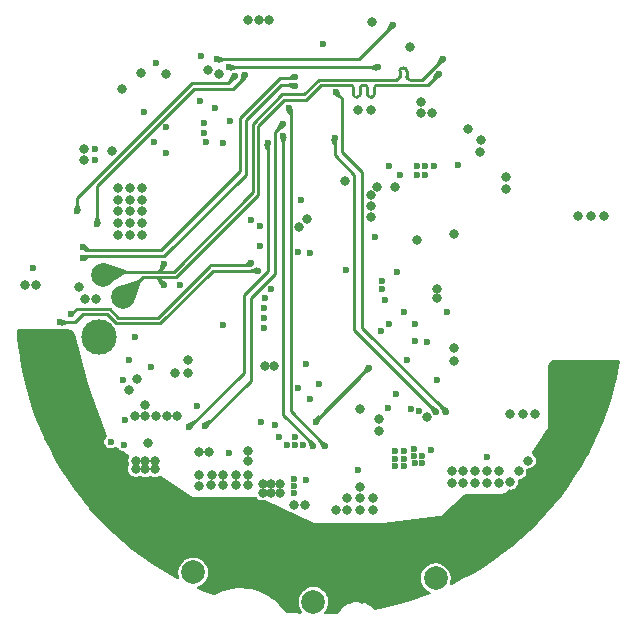
<source format=gbr>
%TF.GenerationSoftware,KiCad,Pcbnew,9.0.0*%
%TF.CreationDate,2025-06-25T03:54:54+08:00*%
%TF.ProjectId,CAPSTONE_MC,43415053-544f-44e4-955f-4d432e6b6963,Ver. 1.0.0*%
%TF.SameCoordinates,Original*%
%TF.FileFunction,Copper,L5,Inr*%
%TF.FilePolarity,Positive*%
%FSLAX46Y46*%
G04 Gerber Fmt 4.6, Leading zero omitted, Abs format (unit mm)*
G04 Created by KiCad (PCBNEW 9.0.0) date 2025-06-25 03:54:54*
%MOMM*%
%LPD*%
G01*
G04 APERTURE LIST*
%TA.AperFunction,ComponentPad*%
%ADD10C,2.000000*%
%TD*%
%TA.AperFunction,ComponentPad*%
%ADD11C,3.000000*%
%TD*%
%TA.AperFunction,ViaPad*%
%ADD12C,0.800000*%
%TD*%
%TA.AperFunction,ViaPad*%
%ADD13C,0.600000*%
%TD*%
%TA.AperFunction,Conductor*%
%ADD14C,0.250000*%
%TD*%
%TA.AperFunction,Conductor*%
%ADD15C,0.300000*%
%TD*%
G04 APERTURE END LIST*
D10*
%TO.N,/CANL*%
%TO.C,TP16*%
X84295000Y-57885000D03*
%TD*%
%TO.N,/CANH*%
%TO.C,TP13*%
X82575000Y-55955000D03*
%TD*%
D11*
%TO.N,GND*%
%TO.C,TP2*%
X82245000Y-61265000D03*
%TD*%
%TO.N,/HVBUS*%
%TO.C,TP1*%
X77505000Y-63925000D03*
%TD*%
D10*
%TO.N,/HS2*%
%TO.C,TP4*%
X100415000Y-83665000D03*
%TD*%
%TO.N,/HS3*%
%TO.C,TP5*%
X110775000Y-81655000D03*
%TD*%
%TO.N,/HS1*%
%TO.C,TP3*%
X90235000Y-81165000D03*
%TD*%
D12*
%TO.N,GND*%
X80540000Y-57000000D03*
D13*
%TO.N,/LED_GREEN*%
X79900000Y-59330000D03*
D12*
%TO.N,GND*%
X112300000Y-52500000D03*
X93900000Y-72900000D03*
X91500000Y-38600000D03*
X92400000Y-39000000D03*
X115120000Y-73580000D03*
D13*
X98200000Y-70400000D03*
D12*
X92800000Y-72900000D03*
X102300000Y-75900000D03*
D13*
X103200000Y-55600000D03*
D12*
X105830000Y-48505000D03*
X85800000Y-38900000D03*
X104370001Y-67305331D03*
X91785000Y-73805000D03*
X103112653Y-48012653D03*
D13*
X109400000Y-67470000D03*
D12*
X116120000Y-73580000D03*
X96700000Y-34400000D03*
X114120000Y-73580000D03*
X89800000Y-64300000D03*
X116710000Y-47710000D03*
D13*
X106100000Y-60700000D03*
D12*
X99225000Y-51912653D03*
X117800000Y-72600000D03*
X85900000Y-51600000D03*
X103300000Y-75900000D03*
X116720000Y-48730000D03*
D13*
X98845558Y-69664442D03*
D12*
X99690000Y-75440000D03*
D13*
X109580000Y-71330000D03*
X98775000Y-73295000D03*
D12*
X93885000Y-73805000D03*
X96300000Y-63700000D03*
X88900000Y-67900000D03*
X113110000Y-73580000D03*
X81100000Y-58000000D03*
X84900000Y-48600000D03*
X87100000Y-67900000D03*
D13*
X84470000Y-68270000D03*
X86100000Y-42200000D03*
X108970000Y-70700000D03*
X98775000Y-74434250D03*
D12*
X103300000Y-74900000D03*
D13*
X108980000Y-71940000D03*
D12*
X89800000Y-63200000D03*
X83900000Y-52600000D03*
X112300000Y-63300000D03*
X109500000Y-41300000D03*
X104200000Y-42000000D03*
X110900000Y-57900000D03*
X114120000Y-72580000D03*
X105500000Y-75900000D03*
X125000000Y-51000000D03*
X90750000Y-73830000D03*
X92785000Y-73805000D03*
X116120000Y-72580000D03*
X110500000Y-42300000D03*
X90750000Y-70980000D03*
X83393674Y-45481021D03*
X117100000Y-73500000D03*
X85900000Y-52600000D03*
X97100000Y-63700000D03*
X86400000Y-70200000D03*
X105285000Y-50155000D03*
X114540000Y-45580000D03*
D13*
X109595000Y-71947000D03*
X98845558Y-70400000D03*
D12*
X82000000Y-58000000D03*
D13*
X106200000Y-56500000D03*
X106800000Y-60100000D03*
D12*
X110000000Y-68000000D03*
X119200000Y-67800000D03*
X106000000Y-69200000D03*
X105300000Y-42000000D03*
X85900000Y-49600000D03*
X112110000Y-73580000D03*
X85900000Y-48600000D03*
X88000000Y-67900000D03*
X94900000Y-72900000D03*
X83900000Y-49600000D03*
X110900000Y-57200000D03*
X91600000Y-70970000D03*
X112300000Y-62200000D03*
X104400000Y-74900000D03*
X94900000Y-34400000D03*
X114600000Y-44600000D03*
X105400000Y-34600000D03*
X99907322Y-51217984D03*
X112110000Y-72580000D03*
D13*
X108970000Y-71320000D03*
D12*
X86200000Y-67900000D03*
X106000000Y-68200000D03*
X76900000Y-56800000D03*
X94900000Y-70900000D03*
X118600000Y-71700000D03*
X113500000Y-43600000D03*
X109500000Y-42300000D03*
X84900000Y-49600000D03*
X104400000Y-75900000D03*
X83900000Y-48600000D03*
X118200000Y-67800000D03*
D13*
X108670000Y-67310000D03*
D12*
X85300000Y-67900000D03*
X109200000Y-53000000D03*
X122800000Y-51000000D03*
X94905000Y-71765000D03*
D13*
X107500000Y-55700000D03*
D12*
X104400000Y-73900000D03*
X98790000Y-75440000D03*
X83900000Y-51600000D03*
D13*
X106200000Y-57200000D03*
X98780000Y-73850000D03*
X96800000Y-57200000D03*
D12*
X90765000Y-72925000D03*
X105300000Y-51100000D03*
X123900000Y-51000000D03*
X113110000Y-72580000D03*
X84900000Y-51600000D03*
X76000000Y-56800000D03*
X94885000Y-73805000D03*
X88700000Y-64300000D03*
X85900000Y-50600000D03*
X105300000Y-49200000D03*
X85500000Y-64800000D03*
X95800000Y-34400000D03*
D13*
X99500000Y-70400000D03*
D12*
X108600000Y-36700000D03*
X87900000Y-39000000D03*
X117100000Y-67800000D03*
D13*
X81965000Y-46255000D03*
D12*
X84900000Y-50600000D03*
X105500000Y-74900000D03*
X91800000Y-72900000D03*
D13*
X81965000Y-45285000D03*
D12*
X84200000Y-40200000D03*
X83900000Y-50600000D03*
X84900000Y-52600000D03*
X86200000Y-67000000D03*
X115120000Y-72580000D03*
D13*
%TO.N,+3V3*%
X87050000Y-38000000D03*
X90900000Y-37450000D03*
X101250000Y-36400000D03*
X99350000Y-49600000D03*
X76650000Y-55400000D03*
%TO.N,+3.3VA*%
X86950000Y-44700000D03*
X95931147Y-53500000D03*
X106800000Y-46800000D03*
X100100000Y-66500000D03*
X84300000Y-64850000D03*
X107775000Y-47535000D03*
X110000000Y-61650000D03*
%TO.N,GNDA*%
X87900000Y-45700000D03*
X107400000Y-66100000D03*
D12*
X84800000Y-65700000D03*
D13*
X96000000Y-68400000D03*
X95877210Y-51846955D03*
X91150000Y-43100000D03*
D12*
X107300000Y-48500000D03*
D13*
X97200000Y-68700000D03*
X100900000Y-65200000D03*
X83259054Y-70127764D03*
X109035000Y-60100000D03*
X109013370Y-61586630D03*
X111700000Y-59105000D03*
X84800000Y-63175000D03*
D12*
%TO.N,/HVBUS*%
X79900000Y-68750000D03*
X79900000Y-66750000D03*
X84400000Y-74300000D03*
X114100000Y-75700000D03*
X94800000Y-75900000D03*
X106600000Y-83400000D03*
X83300000Y-76500000D03*
X104500000Y-78100000D03*
X104500000Y-83400000D03*
X113500000Y-79100000D03*
X84400000Y-76500000D03*
X79900000Y-64700000D03*
X83300000Y-75400000D03*
X94800000Y-80800000D03*
X92800000Y-75900000D03*
X92800000Y-81800000D03*
X117200000Y-76800000D03*
X83300000Y-74300000D03*
X113500000Y-80300000D03*
X111900000Y-76800000D03*
X123100000Y-68100000D03*
X116135000Y-79095000D03*
X78895000Y-65700000D03*
X105500000Y-78100000D03*
X116150000Y-77915000D03*
X106600000Y-81200000D03*
X116100000Y-76800000D03*
X120900000Y-69400000D03*
X92800000Y-76900000D03*
X105500000Y-79100000D03*
X122000000Y-69400000D03*
X116100000Y-75700000D03*
X122000000Y-66800000D03*
X105500000Y-83400000D03*
X120900000Y-70700000D03*
X103500000Y-79100000D03*
X104500000Y-79100000D03*
X113000000Y-75700000D03*
X119700000Y-70700000D03*
X84400000Y-75400000D03*
X78905000Y-69750000D03*
X77905000Y-67750000D03*
X79900000Y-62700000D03*
X79905000Y-70750000D03*
X115100000Y-75700000D03*
X114100000Y-76800000D03*
X94800000Y-81700000D03*
X92800000Y-80800000D03*
X84400000Y-73200000D03*
X79900000Y-69750000D03*
X107600000Y-83400000D03*
X93800000Y-81700000D03*
X117200000Y-77900000D03*
X78900000Y-68750000D03*
X79895000Y-65700000D03*
X103500000Y-83400000D03*
X113000000Y-76800000D03*
X94800000Y-76900000D03*
X106600000Y-82300000D03*
X93800000Y-80800000D03*
X93800000Y-75900000D03*
X84400000Y-77600000D03*
X122000000Y-68100000D03*
X93800000Y-76900000D03*
X78905000Y-70750000D03*
X79900000Y-63700000D03*
X107600000Y-81200000D03*
X117200000Y-75700000D03*
X120900000Y-68100000D03*
X103500000Y-82300000D03*
D13*
X80900000Y-65000000D03*
D12*
X79900000Y-71750000D03*
X79905000Y-67750000D03*
X115100000Y-76800000D03*
X77900000Y-68750000D03*
X77905000Y-66750000D03*
X83300000Y-73200000D03*
D13*
X85300000Y-61200000D03*
D12*
X123100000Y-66800000D03*
X78905000Y-66750000D03*
X107600000Y-82300000D03*
X103500000Y-78100000D03*
X78905000Y-67750000D03*
X108700000Y-82300000D03*
D13*
%TO.N,+3V8*%
X109200000Y-47500000D03*
X112700000Y-46700000D03*
D12*
X81005000Y-45285000D03*
D13*
X109900000Y-47500000D03*
X105655000Y-52745000D03*
X110600000Y-46800000D03*
X109200000Y-46800000D03*
D12*
X81005000Y-46255000D03*
D13*
X109900000Y-46800000D03*
%TO.N,/HS2*%
X104186750Y-72490000D03*
%TO.N,/HS3*%
X115080000Y-71410000D03*
%TO.N,/HS1*%
X93245000Y-71055000D03*
%TO.N,/CURRENT_3*%
X108300000Y-63150000D03*
X93360000Y-42990000D03*
%TO.N,/CURRENT_2*%
X92112064Y-41880692D03*
X99150000Y-65580000D03*
%TO.N,/CURRENT_1*%
X86650000Y-63800000D03*
X90780000Y-41238000D03*
%TO.N,/ADC_TEMP*%
X92758058Y-60241942D03*
X99820000Y-63490000D03*
%TO.N,/TEMP_MOTOR*%
X95160000Y-51295000D03*
%TO.N,/CANH*%
X111397921Y-37724796D03*
X87800000Y-55025000D03*
%TO.N,/CANL*%
X87800000Y-56800000D03*
X111041942Y-38941942D03*
%TO.N,/U1_RX_FAULT*%
X80435000Y-50605000D03*
X93801000Y-39130000D03*
%TO.N,/U1_TX_SERVO*%
X94595342Y-39035000D03*
X82125000Y-51695000D03*
%TO.N,/LED_RED*%
X95691117Y-55625000D03*
X100100000Y-54150000D03*
X78990000Y-59990001D03*
%TO.N,/LED_GREEN*%
X99150000Y-54000000D03*
X95150000Y-55000000D03*
%TO.N,Net-(U4-VS)*%
X107330000Y-71550000D03*
X108100000Y-72190000D03*
X107330000Y-72190000D03*
X108110000Y-71550000D03*
X107340000Y-70900000D03*
X108100000Y-70900000D03*
X106750000Y-67290000D03*
D12*
%TO.N,Net-(U3-VS)*%
X97620000Y-74420000D03*
X96140000Y-74430000D03*
X96860000Y-74430000D03*
X96140000Y-73670000D03*
D13*
X97540000Y-69690000D03*
D12*
X97600000Y-73670000D03*
X96860000Y-73670000D03*
%TO.N,Net-(U2-VS)*%
X86200000Y-72430000D03*
X87020000Y-72430000D03*
X87020000Y-71710000D03*
D13*
X84400000Y-70360000D03*
D12*
X86200000Y-71710000D03*
X85380000Y-72420000D03*
X85390000Y-71710000D03*
D13*
%TO.N,/AN_IN*%
X87950000Y-43500000D03*
X89150000Y-56800000D03*
%TO.N,/VOLTAGE_1*%
X90590000Y-67040000D03*
X91161930Y-43925300D03*
%TO.N,/VOLTAGE_2*%
X91302298Y-44712892D03*
X99795000Y-73365000D03*
%TO.N,/VOLTAGE_3*%
X110395000Y-70815000D03*
X92733000Y-44850000D03*
%TO.N,/USB_DM*%
X98880000Y-40000003D03*
X80930000Y-54585000D03*
%TO.N,/USB_DP*%
X98880000Y-39200000D03*
X80935000Y-53595000D03*
%TO.N,/L1*%
X89890000Y-68860000D03*
X96556147Y-44850000D03*
%TO.N,/TX_SCL_MOSI*%
X96306149Y-57906149D03*
%TO.N,/H1*%
X91215000Y-68810000D03*
X97875000Y-43225000D03*
%TO.N,/L3*%
X102215000Y-44395822D03*
X110826707Y-67615293D03*
%TO.N,/L2*%
X100385001Y-70508771D03*
X97875000Y-44230000D03*
%TO.N,/H3*%
X111623799Y-67547109D03*
X102290000Y-40530000D03*
%TO.N,/MISO_ADC_EXT2*%
X96258058Y-58741942D03*
%TO.N,/H2*%
X98383058Y-41883058D03*
X101370000Y-70440000D03*
%TO.N,/SCK_ADC_EXT*%
X96240750Y-59608519D03*
%TO.N,/CAN_RX*%
X105870000Y-38410000D03*
X93293161Y-38410000D03*
%TO.N,/CAN_TX*%
X92290000Y-37736902D03*
X107180000Y-34840000D03*
%TO.N,/RX_SDA_NSS*%
X96208242Y-60459895D03*
%TO.N,/Vref*%
X108050000Y-59150000D03*
X100600000Y-68400000D03*
X106444669Y-58144669D03*
X105121942Y-63878058D03*
X110850000Y-64850000D03*
%TD*%
D14*
%TO.N,/LED_GREEN*%
X95150000Y-55000000D02*
X94976000Y-55174000D01*
X94976000Y-55174000D02*
X91688190Y-55174000D01*
X91688190Y-55174000D02*
X91662190Y-55200000D01*
X87255702Y-59599000D02*
X83896810Y-59599000D01*
X80371000Y-58859000D02*
X79900000Y-59330000D01*
X91662190Y-55200000D02*
X91654702Y-55200000D01*
X91654702Y-55200000D02*
X87255702Y-59599000D01*
X83896810Y-59599000D02*
X83156810Y-58859000D01*
X83156810Y-58859000D02*
X80371000Y-58859000D01*
%TO.N,/LED_RED*%
X78990000Y-59990001D02*
X80199999Y-59990001D01*
X87450000Y-60050000D02*
X91875000Y-55625000D01*
X82970000Y-59310000D02*
X83710000Y-60050000D01*
X80880000Y-59310000D02*
X82970000Y-59310000D01*
X83710000Y-60050000D02*
X87450000Y-60050000D01*
X80199999Y-59990001D02*
X80880000Y-59310000D01*
X91875000Y-55625000D02*
X95691117Y-55625000D01*
%TO.N,/CANL*%
X84295000Y-57885000D02*
X85980000Y-56200000D01*
X85980000Y-56200000D02*
X87100000Y-56200000D01*
%TO.N,/CANH*%
X82575000Y-55955000D02*
X82830000Y-55700000D01*
X82830000Y-55700000D02*
X87300000Y-55700000D01*
X110415942Y-38684058D02*
X110415942Y-38682644D01*
X110784058Y-38315942D02*
X111375204Y-37724796D01*
X111375204Y-37724796D02*
X111397921Y-37724796D01*
X87800000Y-55025000D02*
X87800000Y-55200000D01*
X87300000Y-55700000D02*
X88600000Y-55700000D01*
X99662190Y-40700000D02*
X100909190Y-39453000D01*
X110415942Y-38682644D02*
X110782644Y-38315942D01*
X108675209Y-39453000D02*
X108840362Y-39453000D01*
X108840362Y-39453000D02*
X109647000Y-39453000D01*
X97800000Y-40700000D02*
X99662190Y-40700000D01*
X108555209Y-39453000D02*
X108675209Y-39453000D01*
X95300000Y-43200000D02*
X97800000Y-40700000D01*
X108315209Y-38693000D02*
X108315209Y-39213000D01*
X88600000Y-55700000D02*
X95300000Y-49000000D01*
X100909190Y-39453000D02*
X107475209Y-39453000D01*
X87800000Y-55200000D02*
X87300000Y-55700000D01*
X110782644Y-38315942D02*
X110784058Y-38315942D01*
X95300000Y-49000000D02*
X95300000Y-43200000D01*
X109647000Y-39453000D02*
X110415942Y-38684058D01*
X107955209Y-38453000D02*
X108075209Y-38453000D01*
X107715209Y-39213000D02*
X107715209Y-38693000D01*
X108075209Y-38453000D02*
G75*
G02*
X108315200Y-38693000I-9J-240000D01*
G01*
X108315209Y-39213000D02*
G75*
G03*
X108555209Y-39452991I239991J0D01*
G01*
X107715209Y-38693000D02*
G75*
G02*
X107955209Y-38453009I239991J0D01*
G01*
X107475209Y-39453000D02*
G75*
G03*
X107715200Y-39213000I-9J240000D01*
G01*
%TO.N,/CANL*%
X105346324Y-40904000D02*
X105226324Y-40904000D01*
X95751000Y-43386810D02*
X95751000Y-49249000D01*
X104386324Y-40144000D02*
X104386324Y-40664000D01*
X110079884Y-39904000D02*
X105826324Y-39904000D01*
X105586324Y-40144000D02*
X105586324Y-40664000D01*
X101096000Y-39904000D02*
X99800000Y-41200000D01*
X88800000Y-56200000D02*
X87100000Y-56200000D01*
X111041942Y-38941942D02*
X110079884Y-39904000D01*
X103786324Y-40664000D02*
X103786324Y-40144000D01*
X104746324Y-39904000D02*
X104626324Y-39904000D01*
X95751000Y-49249000D02*
X88800000Y-56200000D01*
X103546324Y-39904000D02*
X103426324Y-39904000D01*
X97937810Y-41200000D02*
X95751000Y-43386810D01*
X99800000Y-41200000D02*
X97937810Y-41200000D01*
X104146324Y-40904000D02*
X104026324Y-40904000D01*
X103426324Y-39904000D02*
X103303786Y-39904000D01*
X104986324Y-40664000D02*
X104986324Y-40144000D01*
X103303786Y-39904000D02*
X101096000Y-39904000D01*
X87200000Y-56200000D02*
X87100000Y-56200000D01*
X87800000Y-56800000D02*
X87200000Y-56200000D01*
X105826324Y-39904000D02*
G75*
G03*
X105586300Y-40144000I-24J-240000D01*
G01*
X103786324Y-40144000D02*
G75*
G03*
X103546324Y-39903976I-240024J0D01*
G01*
X104386324Y-40664000D02*
G75*
G02*
X104146324Y-40904024I-240024J0D01*
G01*
X104026324Y-40904000D02*
G75*
G02*
X103786300Y-40664000I-24J240000D01*
G01*
X104626324Y-39904000D02*
G75*
G03*
X104386300Y-40144000I-24J-240000D01*
G01*
X104986324Y-40144000D02*
G75*
G03*
X104746324Y-39903976I-240024J0D01*
G01*
X105226324Y-40904000D02*
G75*
G02*
X104986300Y-40664000I-24J240000D01*
G01*
X105586324Y-40664000D02*
G75*
G02*
X105346324Y-40904024I-240024J0D01*
G01*
%TO.N,/U1_RX_FAULT*%
X80435000Y-50605000D02*
X80435000Y-49465000D01*
X90150000Y-39750000D02*
X93181000Y-39750000D01*
X80435000Y-49465000D02*
X90150000Y-39750000D01*
X93181000Y-39750000D02*
X93801000Y-39130000D01*
%TO.N,/U1_TX_SERVO*%
X90327810Y-40210000D02*
X93606298Y-40210000D01*
X82125000Y-51695000D02*
X82120000Y-51690000D01*
X82120000Y-51690000D02*
X82120000Y-48417810D01*
X82120000Y-48417810D02*
X90327810Y-40210000D01*
X94595342Y-39220956D02*
X94595342Y-39035000D01*
X93606298Y-40210000D02*
X94595342Y-39220956D01*
%TO.N,/USB_DM*%
X98779997Y-39900000D02*
X97637810Y-39900000D01*
X97637810Y-39900000D02*
X94700000Y-42837810D01*
X94700000Y-42837810D02*
X94700000Y-47500000D01*
X94700000Y-47500000D02*
X87800000Y-54400000D01*
X81100000Y-54400000D02*
X80930000Y-54570000D01*
X98880000Y-40000003D02*
X98779997Y-39900000D01*
X80930000Y-54570000D02*
X80930000Y-54585000D01*
X87800000Y-54400000D02*
X81100000Y-54400000D01*
%TO.N,/USB_DP*%
X94249000Y-42651000D02*
X94513190Y-42386810D01*
X94200000Y-42700000D02*
X94249000Y-42651000D01*
X80935000Y-53595000D02*
X81189000Y-53849000D01*
X81386810Y-53849000D02*
X87551000Y-53849000D01*
X98760628Y-39319372D02*
X98880000Y-39200000D01*
X97580628Y-39319372D02*
X98760628Y-39319372D01*
X97186810Y-39713190D02*
X97451000Y-39449000D01*
X87551000Y-53849000D02*
X94200000Y-47200000D01*
X81189000Y-53849000D02*
X81386810Y-53849000D01*
X97451000Y-39449000D02*
X97580628Y-39319372D01*
X94200000Y-47200000D02*
X94200000Y-42700000D01*
X94513190Y-42386810D02*
X97186810Y-39713190D01*
%TO.N,/L1*%
X94500000Y-57700000D02*
X94500000Y-64250000D01*
X96556147Y-55643853D02*
X94500000Y-57700000D01*
X94500000Y-64250000D02*
X89890000Y-68860000D01*
X96556147Y-44850000D02*
X96556147Y-55643853D01*
%TO.N,/H1*%
X95100000Y-64925000D02*
X91215000Y-68810000D01*
X95100000Y-57950000D02*
X95100000Y-64925000D01*
X97875000Y-43225000D02*
X97181147Y-43918853D01*
X97181147Y-43918853D02*
X97181147Y-55868853D01*
X97181147Y-55868853D02*
X95100000Y-57950000D01*
%TO.N,/L3*%
X103870000Y-60658586D02*
X103870000Y-47490000D01*
X103870000Y-47490000D02*
X102215000Y-45835000D01*
X110826707Y-67615293D02*
X103870000Y-60658586D01*
X102215000Y-45835000D02*
X102215000Y-44395822D01*
%TO.N,/L2*%
X100360000Y-70483770D02*
X100360000Y-70295000D01*
X100385001Y-70508771D02*
X100360000Y-70483770D01*
X100360000Y-70295000D02*
X97875000Y-67810000D01*
X97875000Y-67810000D02*
X97875000Y-44230000D01*
%TO.N,/H3*%
X111623799Y-67528501D02*
X104560000Y-60464702D01*
X102840000Y-41080000D02*
X102290000Y-40530000D01*
X104560000Y-47260000D02*
X102840000Y-45540000D01*
X102840000Y-45540000D02*
X102840000Y-41080000D01*
X104560000Y-60464702D02*
X104560000Y-47260000D01*
X111623799Y-67547109D02*
X111623799Y-67528501D01*
%TO.N,/H2*%
X98500000Y-67540000D02*
X98500000Y-42625000D01*
X101240000Y-70280000D02*
X98500000Y-67540000D01*
X101240000Y-70310000D02*
X101240000Y-70280000D01*
X98497022Y-41997022D02*
X98383058Y-41883058D01*
X101370000Y-70440000D02*
X101240000Y-70310000D01*
X98500000Y-42625000D02*
X98497022Y-42622022D01*
X98497022Y-42622022D02*
X98497022Y-41997022D01*
%TO.N,/CAN_RX*%
X93293161Y-38410000D02*
X105870000Y-38410000D01*
%TO.N,/CAN_TX*%
X104283098Y-37736902D02*
X107180000Y-34840000D01*
X92290000Y-37736902D02*
X104283098Y-37736902D01*
D15*
%TO.N,/Vref*%
X100600000Y-68400000D02*
X105121942Y-63878058D01*
%TD*%
%TA.AperFunction,Conductor*%
%TO.N,/HVBUS*%
G36*
X79722075Y-60601070D02*
G01*
X79733505Y-60602581D01*
X79827711Y-60615040D01*
X79859100Y-60623490D01*
X79949872Y-60661278D01*
X79977986Y-60677599D01*
X80001415Y-60695687D01*
X80055808Y-60737680D01*
X80078718Y-60760753D01*
X80138243Y-60838996D01*
X80154368Y-60867232D01*
X80194621Y-60965891D01*
X80199771Y-60981349D01*
X81220228Y-64881766D01*
X81225343Y-64899912D01*
X81231111Y-64917779D01*
X81466163Y-65601565D01*
X81484511Y-65654941D01*
X81498582Y-65695873D01*
X81499996Y-65699934D01*
X81501568Y-65704314D01*
X82915223Y-69591866D01*
X82919634Y-69661596D01*
X82886371Y-69721923D01*
X82818542Y-69789752D01*
X82746071Y-69915275D01*
X82746070Y-69915279D01*
X82708554Y-70055289D01*
X82708554Y-70200239D01*
X82742661Y-70327525D01*
X82746071Y-70340252D01*
X82818542Y-70465775D01*
X82818544Y-70465777D01*
X82818545Y-70465779D01*
X82921039Y-70568273D01*
X82921040Y-70568274D01*
X82921042Y-70568275D01*
X83046565Y-70640746D01*
X83046566Y-70640746D01*
X83046569Y-70640748D01*
X83186579Y-70678264D01*
X83186582Y-70678264D01*
X83331526Y-70678264D01*
X83331529Y-70678264D01*
X83471539Y-70640748D01*
X83597069Y-70568273D01*
X83609197Y-70556144D01*
X83636834Y-70541052D01*
X83663560Y-70524385D01*
X83667266Y-70524435D01*
X83670518Y-70522660D01*
X83701922Y-70524905D01*
X83733423Y-70525332D01*
X83737965Y-70527481D01*
X83740209Y-70527642D01*
X83765326Y-70540428D01*
X83907994Y-70634871D01*
X83946932Y-70676264D01*
X83959490Y-70698014D01*
X83959491Y-70698015D01*
X84061985Y-70800509D01*
X84187515Y-70872984D01*
X84302721Y-70903853D01*
X84339065Y-70920226D01*
X84623309Y-71108387D01*
X84787316Y-71216956D01*
X84832351Y-71270375D01*
X84841357Y-71339662D01*
X84821974Y-71389240D01*
X84813541Y-71401861D01*
X84813533Y-71401875D01*
X84764499Y-71520255D01*
X84764497Y-71520261D01*
X84739500Y-71645928D01*
X84739500Y-71645931D01*
X84739500Y-71774069D01*
X84739500Y-71774071D01*
X84739499Y-71774071D01*
X84764497Y-71899738D01*
X84764500Y-71899748D01*
X84808602Y-72006221D01*
X84816071Y-72075691D01*
X84805498Y-72106093D01*
X84805866Y-72106246D01*
X84754499Y-72230255D01*
X84754497Y-72230261D01*
X84729500Y-72355928D01*
X84729500Y-72355931D01*
X84729500Y-72484069D01*
X84729500Y-72484071D01*
X84729499Y-72484071D01*
X84754497Y-72609738D01*
X84754499Y-72609744D01*
X84803533Y-72728124D01*
X84803538Y-72728133D01*
X84874723Y-72834668D01*
X84874726Y-72834672D01*
X84965327Y-72925273D01*
X84965331Y-72925276D01*
X85071866Y-72996461D01*
X85071875Y-72996466D01*
X85076187Y-72998252D01*
X85190256Y-73045501D01*
X85190260Y-73045501D01*
X85190261Y-73045502D01*
X85315928Y-73070500D01*
X85315931Y-73070500D01*
X85444071Y-73070500D01*
X85528615Y-73053682D01*
X85569744Y-73045501D01*
X85688127Y-72996465D01*
X85713627Y-72979425D01*
X85780301Y-72958549D01*
X85847682Y-72977033D01*
X85851407Y-72979427D01*
X85891866Y-73006461D01*
X85891872Y-73006464D01*
X85891873Y-73006465D01*
X86010256Y-73055501D01*
X86010260Y-73055501D01*
X86010261Y-73055502D01*
X86135928Y-73080500D01*
X86135931Y-73080500D01*
X86264071Y-73080500D01*
X86348615Y-73063682D01*
X86389744Y-73055501D01*
X86508127Y-73006465D01*
X86541109Y-72984426D01*
X86607785Y-72963548D01*
X86675165Y-72982032D01*
X86678868Y-72984412D01*
X86711873Y-73006465D01*
X86830256Y-73055501D01*
X86830260Y-73055501D01*
X86830261Y-73055502D01*
X86955928Y-73080500D01*
X86955931Y-73080500D01*
X87084071Y-73080500D01*
X87168615Y-73063682D01*
X87209744Y-73055501D01*
X87328127Y-73006465D01*
X87340420Y-72998250D01*
X87407093Y-72977370D01*
X87474474Y-72995851D01*
X87477721Y-72997927D01*
X90074506Y-74716926D01*
X90206387Y-74778781D01*
X90350494Y-74799999D01*
X90350496Y-74800000D01*
X90350499Y-74800000D01*
X95539417Y-74800000D01*
X95606456Y-74819685D01*
X95630071Y-74840706D01*
X95630416Y-74840362D01*
X95725327Y-74935273D01*
X95725331Y-74935276D01*
X95831866Y-75006461D01*
X95831872Y-75006464D01*
X95831873Y-75006465D01*
X95950256Y-75055501D01*
X95950260Y-75055501D01*
X95950261Y-75055502D01*
X96075928Y-75080500D01*
X96075931Y-75080500D01*
X96204072Y-75080500D01*
X96222454Y-75076842D01*
X96248849Y-75071592D01*
X96318439Y-75077816D01*
X96323810Y-75080077D01*
X100502300Y-76956135D01*
X100602375Y-76988911D01*
X100707095Y-77000000D01*
X100707104Y-77000000D01*
X106269502Y-77000000D01*
X106269517Y-77000000D01*
X106299915Y-76999073D01*
X106299924Y-76999072D01*
X106299943Y-76999072D01*
X106330272Y-76996293D01*
X111042774Y-76419252D01*
X111189821Y-76377725D01*
X111317460Y-76293727D01*
X113151529Y-74634330D01*
X113163372Y-74624866D01*
X113244689Y-74567685D01*
X113271427Y-74553413D01*
X113357022Y-74520438D01*
X113386426Y-74513082D01*
X113463084Y-74503638D01*
X113485073Y-74500930D01*
X113500233Y-74500000D01*
X116427302Y-74500000D01*
X116550835Y-74484499D01*
X116666708Y-74438959D01*
X116767738Y-74366201D01*
X116847660Y-74270739D01*
X116892003Y-74201890D01*
X116944848Y-74156191D01*
X117014017Y-74146316D01*
X117020437Y-74147417D01*
X117027357Y-74148794D01*
X117035930Y-74150500D01*
X117035931Y-74150500D01*
X117164071Y-74150500D01*
X117248615Y-74133682D01*
X117289744Y-74125501D01*
X117408127Y-74076465D01*
X117514669Y-74005276D01*
X117605276Y-73914669D01*
X117676465Y-73808127D01*
X117725501Y-73689744D01*
X117742173Y-73605931D01*
X117750500Y-73564071D01*
X117750500Y-73435928D01*
X117743093Y-73398692D01*
X117749320Y-73329100D01*
X117792183Y-73273923D01*
X117858072Y-73250678D01*
X117863832Y-73250523D01*
X117864071Y-73250500D01*
X117948615Y-73233682D01*
X117989744Y-73225501D01*
X118108127Y-73176465D01*
X118214669Y-73105276D01*
X118305276Y-73014669D01*
X118376465Y-72908127D01*
X118425501Y-72789744D01*
X118442759Y-72702984D01*
X118450500Y-72664071D01*
X118450500Y-72535928D01*
X118443093Y-72498692D01*
X118449320Y-72429100D01*
X118492183Y-72373923D01*
X118558072Y-72350678D01*
X118564710Y-72350500D01*
X118664071Y-72350500D01*
X118762959Y-72330829D01*
X118789744Y-72325501D01*
X118908127Y-72276465D01*
X119014669Y-72205276D01*
X119105276Y-72114669D01*
X119176465Y-72008127D01*
X119225501Y-71889744D01*
X119237570Y-71829069D01*
X119250500Y-71764071D01*
X119250500Y-71635928D01*
X119225502Y-71510261D01*
X119225501Y-71510260D01*
X119225501Y-71510256D01*
X119176465Y-71391873D01*
X119176464Y-71391872D01*
X119176461Y-71391866D01*
X119105276Y-71285331D01*
X119105273Y-71285327D01*
X119014672Y-71194726D01*
X119014665Y-71194721D01*
X118986116Y-71175644D01*
X118941311Y-71122031D01*
X118932605Y-71052706D01*
X118950757Y-71005404D01*
X119475260Y-70191045D01*
X119633736Y-69944990D01*
X120220358Y-69034182D01*
X120279676Y-68904548D01*
X120300000Y-68763444D01*
X120300000Y-63708125D01*
X120301061Y-63691940D01*
X120314906Y-63586776D01*
X120323284Y-63555508D01*
X120360740Y-63465081D01*
X120376923Y-63437050D01*
X120436513Y-63359392D01*
X120459392Y-63336513D01*
X120537050Y-63276923D01*
X120565079Y-63260740D01*
X120655509Y-63223283D01*
X120686775Y-63214906D01*
X120791941Y-63201061D01*
X120808126Y-63200000D01*
X126249535Y-63200000D01*
X126316574Y-63219685D01*
X126362329Y-63272489D01*
X126372273Y-63341647D01*
X126371860Y-63344306D01*
X126365101Y-63385005D01*
X126310748Y-63712262D01*
X126309859Y-63717036D01*
X126106785Y-64699871D01*
X126105709Y-64704607D01*
X125864311Y-65678696D01*
X125863051Y-65683387D01*
X125583682Y-66647301D01*
X125582239Y-66651938D01*
X125265334Y-67604184D01*
X125263710Y-67608762D01*
X124909766Y-68547840D01*
X124907964Y-68552351D01*
X124517511Y-69476860D01*
X124515534Y-69481296D01*
X124089182Y-70389790D01*
X124087033Y-70394146D01*
X123625421Y-71285264D01*
X123623103Y-71289532D01*
X123126954Y-72161876D01*
X123124471Y-72166050D01*
X122594528Y-73018317D01*
X122591883Y-73022390D01*
X122028978Y-73853236D01*
X122026175Y-73857203D01*
X121431179Y-74665349D01*
X121428224Y-74669203D01*
X120802014Y-75453456D01*
X120798909Y-75457192D01*
X120142481Y-76216303D01*
X120139233Y-76219914D01*
X119453573Y-76952744D01*
X119450186Y-76956225D01*
X118736343Y-77661652D01*
X118732822Y-77664997D01*
X117991923Y-78341906D01*
X117988274Y-78345111D01*
X117221427Y-78992494D01*
X117217655Y-78995554D01*
X116426043Y-79612411D01*
X116422154Y-79615321D01*
X115606982Y-80200709D01*
X115602982Y-80203464D01*
X114765531Y-80756466D01*
X114761426Y-80759063D01*
X113902951Y-81278852D01*
X113898748Y-81281286D01*
X113020564Y-81767063D01*
X113016269Y-81769330D01*
X112129927Y-82215217D01*
X112061192Y-82227760D01*
X111996588Y-82201151D01*
X111956625Y-82143838D01*
X111953992Y-82074018D01*
X111956258Y-82066163D01*
X111994709Y-81947826D01*
X112004443Y-81886365D01*
X112025500Y-81753422D01*
X112025500Y-81556577D01*
X111994709Y-81362173D01*
X111962621Y-81263417D01*
X111933884Y-81174975D01*
X111933882Y-81174972D01*
X111933882Y-81174970D01*
X111844523Y-80999594D01*
X111728828Y-80840354D01*
X111589646Y-80701172D01*
X111430405Y-80585476D01*
X111255029Y-80496117D01*
X111067826Y-80435290D01*
X110873422Y-80404500D01*
X110873417Y-80404500D01*
X110676583Y-80404500D01*
X110676578Y-80404500D01*
X110482173Y-80435290D01*
X110294970Y-80496117D01*
X110119594Y-80585476D01*
X110028741Y-80651485D01*
X109960354Y-80701172D01*
X109960352Y-80701174D01*
X109960351Y-80701174D01*
X109821174Y-80840351D01*
X109821174Y-80840352D01*
X109821172Y-80840354D01*
X109771485Y-80908741D01*
X109705476Y-80999594D01*
X109616117Y-81174970D01*
X109555290Y-81362173D01*
X109524500Y-81556577D01*
X109524500Y-81753422D01*
X109555290Y-81947826D01*
X109616117Y-82135029D01*
X109705476Y-82310405D01*
X109821172Y-82469646D01*
X109960354Y-82608828D01*
X110019259Y-82651625D01*
X110119596Y-82724525D01*
X110265131Y-82798678D01*
X110315928Y-82846652D01*
X110332723Y-82914473D01*
X110310186Y-82980608D01*
X110255471Y-83024060D01*
X110251191Y-83025705D01*
X109320607Y-83363898D01*
X109316011Y-83365468D01*
X108360066Y-83671061D01*
X108355411Y-83672449D01*
X107388248Y-83940366D01*
X107383543Y-83941570D01*
X106406665Y-84171399D01*
X106401916Y-84172419D01*
X105633858Y-84321640D01*
X105564295Y-84315102D01*
X105518944Y-84283861D01*
X105424410Y-84181084D01*
X105424395Y-84181070D01*
X105230673Y-84020478D01*
X105230663Y-84020471D01*
X105230662Y-84020470D01*
X105040223Y-83901821D01*
X105017072Y-83887397D01*
X105017069Y-83887396D01*
X105017065Y-83887393D01*
X104787503Y-83784272D01*
X104716914Y-83763422D01*
X104546158Y-83712985D01*
X104546147Y-83712982D01*
X104297408Y-83674822D01*
X104122152Y-83671800D01*
X104045778Y-83670483D01*
X104045777Y-83670483D01*
X104045774Y-83670483D01*
X103795869Y-83700045D01*
X103795860Y-83700046D01*
X103596984Y-83751407D01*
X103552194Y-83762975D01*
X103552192Y-83762975D01*
X103552191Y-83762976D01*
X103552183Y-83762978D01*
X103319213Y-83858120D01*
X103319208Y-83858123D01*
X103101154Y-83983757D01*
X102901994Y-84137589D01*
X102901978Y-84137603D01*
X102725346Y-84316823D01*
X102725339Y-84316831D01*
X102574414Y-84518217D01*
X102574406Y-84518229D01*
X102510111Y-84633672D01*
X102460294Y-84682662D01*
X102403770Y-84697321D01*
X101696579Y-84708672D01*
X101693854Y-84708686D01*
X101439917Y-84707181D01*
X101372995Y-84687099D01*
X101327554Y-84634025D01*
X101318021Y-84564809D01*
X101347422Y-84501426D01*
X101352943Y-84495530D01*
X101368828Y-84479646D01*
X101484524Y-84320405D01*
X101573884Y-84145025D01*
X101634709Y-83957826D01*
X101643579Y-83901821D01*
X101665500Y-83763422D01*
X101665500Y-83566577D01*
X101634709Y-83372173D01*
X101573882Y-83184970D01*
X101518643Y-83076557D01*
X101484524Y-83009595D01*
X101368828Y-82850354D01*
X101229646Y-82711172D01*
X101070405Y-82595476D01*
X100895029Y-82506117D01*
X100707826Y-82445290D01*
X100513422Y-82414500D01*
X100513417Y-82414500D01*
X100316583Y-82414500D01*
X100316578Y-82414500D01*
X100122173Y-82445290D01*
X99934970Y-82506117D01*
X99759594Y-82595476D01*
X99682316Y-82651623D01*
X99600354Y-82711172D01*
X99600352Y-82711174D01*
X99600351Y-82711174D01*
X99461174Y-82850351D01*
X99461174Y-82850352D01*
X99461172Y-82850354D01*
X99443477Y-82874709D01*
X99345476Y-83009594D01*
X99256117Y-83184970D01*
X99195290Y-83372173D01*
X99164500Y-83566577D01*
X99164500Y-83763422D01*
X99195290Y-83957826D01*
X99256117Y-84145029D01*
X99345476Y-84320405D01*
X99444266Y-84456377D01*
X99467746Y-84522184D01*
X99451921Y-84590238D01*
X99401815Y-84638933D01*
X99337765Y-84653109D01*
X98875014Y-84630007D01*
X98872294Y-84629841D01*
X98124735Y-84576030D01*
X98059282Y-84551583D01*
X98028333Y-84517823D01*
X98025735Y-84513644D01*
X98025730Y-84513638D01*
X97788628Y-84196898D01*
X97788626Y-84196896D01*
X97788621Y-84196889D01*
X97598214Y-83983757D01*
X97525018Y-83901824D01*
X97525015Y-83901821D01*
X97509685Y-83887393D01*
X97236886Y-83630643D01*
X96926395Y-83385389D01*
X96926389Y-83385384D01*
X96621822Y-83184975D01*
X96595864Y-83167894D01*
X96247769Y-82979787D01*
X96247766Y-82979786D01*
X96247763Y-82979784D01*
X96247764Y-82979784D01*
X95884726Y-82822479D01*
X95884720Y-82822476D01*
X95884716Y-82822475D01*
X95509423Y-82697137D01*
X95124700Y-82604712D01*
X95124692Y-82604710D01*
X95124689Y-82604710D01*
X94733428Y-82545890D01*
X94338535Y-82521113D01*
X94338534Y-82521113D01*
X93942977Y-82530566D01*
X93942968Y-82530567D01*
X93942957Y-82530567D01*
X93549731Y-82574175D01*
X93161691Y-82651625D01*
X92812327Y-82753434D01*
X92781832Y-82762321D01*
X92781827Y-82762323D01*
X92412948Y-82905444D01*
X92057839Y-83079912D01*
X92057826Y-83079920D01*
X92048037Y-83085827D01*
X91980468Y-83103609D01*
X91938873Y-83095167D01*
X91899814Y-83079917D01*
X91760966Y-83025705D01*
X91170787Y-82795276D01*
X91166298Y-82793421D01*
X90656274Y-82570895D01*
X90602701Y-82526044D01*
X90581880Y-82459349D01*
X90600423Y-82391985D01*
X90652441Y-82345339D01*
X90667535Y-82339314D01*
X90715025Y-82323884D01*
X90890405Y-82234524D01*
X91049646Y-82118828D01*
X91188828Y-81979646D01*
X91304524Y-81820405D01*
X91393884Y-81645025D01*
X91454709Y-81457826D01*
X91469859Y-81362173D01*
X91485500Y-81263422D01*
X91485500Y-81066577D01*
X91454709Y-80872173D01*
X91399147Y-80701174D01*
X91393884Y-80684975D01*
X91393882Y-80684972D01*
X91393882Y-80684970D01*
X91304523Y-80509594D01*
X91188828Y-80350354D01*
X91049646Y-80211172D01*
X90890405Y-80095476D01*
X90715029Y-80006117D01*
X90527826Y-79945290D01*
X90333422Y-79914500D01*
X90333417Y-79914500D01*
X90136583Y-79914500D01*
X90136578Y-79914500D01*
X89942173Y-79945290D01*
X89754970Y-80006117D01*
X89579594Y-80095476D01*
X89488741Y-80161485D01*
X89420354Y-80211172D01*
X89420352Y-80211174D01*
X89420351Y-80211174D01*
X89281174Y-80350351D01*
X89281174Y-80350352D01*
X89281172Y-80350354D01*
X89231485Y-80418741D01*
X89165476Y-80509594D01*
X89076117Y-80684970D01*
X89015290Y-80872173D01*
X88984500Y-81066577D01*
X88984500Y-81263422D01*
X89015290Y-81457826D01*
X89047214Y-81556074D01*
X89049209Y-81625915D01*
X89013129Y-81685748D01*
X88950428Y-81716577D01*
X88881014Y-81708613D01*
X88870953Y-81703817D01*
X88448716Y-81478736D01*
X88444475Y-81476368D01*
X87578012Y-80969945D01*
X87573868Y-80967412D01*
X86727936Y-80427468D01*
X86723917Y-80424791D01*
X85899747Y-79852110D01*
X85895824Y-79849268D01*
X85094728Y-79244763D01*
X85090909Y-79241762D01*
X84314105Y-78606350D01*
X84310407Y-78603202D01*
X83559092Y-77937866D01*
X83555519Y-77934575D01*
X83239278Y-77631615D01*
X82830810Y-77240301D01*
X82827409Y-77236913D01*
X82130443Y-76514790D01*
X82127140Y-76511231D01*
X81458991Y-75762370D01*
X81455830Y-75758683D01*
X81002057Y-75208127D01*
X80817556Y-74984274D01*
X80814566Y-74980500D01*
X80207047Y-74181609D01*
X80204186Y-74177689D01*
X80158089Y-74111873D01*
X79628467Y-73355687D01*
X79625763Y-73351661D01*
X79082660Y-72507719D01*
X79080121Y-72503598D01*
X79076526Y-72497500D01*
X78574551Y-71645931D01*
X78570491Y-71639043D01*
X78568107Y-71634811D01*
X78092734Y-70750981D01*
X78090517Y-70746659D01*
X77699007Y-69944990D01*
X77650102Y-69844850D01*
X77648062Y-69840455D01*
X77587037Y-69701996D01*
X77282159Y-69010256D01*
X77243313Y-68922117D01*
X77241442Y-68917635D01*
X77122487Y-68616280D01*
X76872963Y-67984144D01*
X76871290Y-67979651D01*
X76539628Y-67032378D01*
X76538142Y-67027850D01*
X76243827Y-66068305D01*
X76242513Y-66063699D01*
X75986018Y-65093422D01*
X75984869Y-65088703D01*
X75921706Y-64805276D01*
X75766568Y-64109132D01*
X75765609Y-64104391D01*
X75763801Y-64094463D01*
X75585847Y-63117068D01*
X75585071Y-63112277D01*
X75546016Y-62836985D01*
X75444103Y-62118613D01*
X75443521Y-62113841D01*
X75341569Y-61115362D01*
X75341179Y-61110619D01*
X75317437Y-60731753D01*
X75332890Y-60663616D01*
X75382729Y-60614648D01*
X75441194Y-60600000D01*
X79705818Y-60600000D01*
X79722075Y-60601070D01*
G37*
%TD.AperFunction*%
%TD*%
%TA.AperFunction,Conductor*%
%TO.N,/LED_GREEN*%
G36*
X94989847Y-54760323D02*
G01*
X94990398Y-54761076D01*
X95149680Y-54998036D01*
X95151453Y-55002318D01*
X95205822Y-55280402D01*
X95204046Y-55289179D01*
X95196584Y-55294130D01*
X95194432Y-55294347D01*
X94619681Y-55298906D01*
X94611381Y-55295545D01*
X94607888Y-55287299D01*
X94607888Y-55054645D01*
X94611315Y-55046372D01*
X94612302Y-55045490D01*
X94973410Y-54758443D01*
X94982016Y-54755979D01*
X94989847Y-54760323D01*
G37*
%TD.AperFunction*%
%TD*%
%TA.AperFunction,Conductor*%
%TO.N,/LED_RED*%
G36*
X79060929Y-59699682D02*
G01*
X79576060Y-59862418D01*
X79582917Y-59868178D01*
X79584236Y-59873575D01*
X79584236Y-60106426D01*
X79580809Y-60114699D01*
X79576060Y-60117583D01*
X79060937Y-60280316D01*
X79052016Y-60279540D01*
X79046256Y-60272683D01*
X79045949Y-60271495D01*
X78989469Y-59992319D01*
X78989469Y-59987681D01*
X79012554Y-59873575D01*
X79045946Y-59708519D01*
X79050945Y-59701093D01*
X79059733Y-59699374D01*
X79060929Y-59699682D01*
G37*
%TD.AperFunction*%
%TD*%
%TA.AperFunction,Conductor*%
%TO.N,/LED_RED*%
G36*
X95629100Y-55335460D02*
G01*
X95634860Y-55342317D01*
X95635171Y-55343521D01*
X95691647Y-55622680D01*
X95691647Y-55627320D01*
X95635171Y-55906478D01*
X95630171Y-55913907D01*
X95621383Y-55915626D01*
X95620179Y-55915315D01*
X95105057Y-55752582D01*
X95098200Y-55746822D01*
X95096881Y-55741425D01*
X95096881Y-55512235D01*
X95098576Y-55508142D01*
X95100244Y-55504027D01*
X95100288Y-55504007D01*
X95100308Y-55503962D01*
X95108488Y-55500535D01*
X95112927Y-55500500D01*
X95112983Y-55500500D01*
X95215893Y-55500500D01*
X95215893Y-55500499D01*
X95279539Y-55483446D01*
X95343184Y-55466393D01*
X95343188Y-55466391D01*
X95398485Y-55434465D01*
X95457314Y-55400500D01*
X95476294Y-55381519D01*
X95481033Y-55378642D01*
X95620180Y-55334684D01*
X95629100Y-55335460D01*
G37*
%TD.AperFunction*%
%TD*%
%TA.AperFunction,Conductor*%
%TO.N,/CANL*%
G36*
X85609294Y-56398908D02*
G01*
X85612371Y-56401118D01*
X85778881Y-56567628D01*
X85782308Y-56575901D01*
X85781695Y-56579639D01*
X85279067Y-58070355D01*
X85273176Y-58077100D01*
X85265707Y-58078094D01*
X84301975Y-57887228D01*
X84294525Y-57882259D01*
X84292771Y-57878024D01*
X84101905Y-56914290D01*
X84103659Y-56905511D01*
X84109641Y-56900933D01*
X85600360Y-56398304D01*
X85609294Y-56398908D01*
G37*
%TD.AperFunction*%
%TD*%
%TA.AperFunction,Conductor*%
%TO.N,/CANH*%
G36*
X82782720Y-54978524D02*
G01*
X84523048Y-55572297D01*
X84529771Y-55578212D01*
X84530970Y-55583370D01*
X84530970Y-55818841D01*
X84527543Y-55827114D01*
X84525892Y-55828486D01*
X83140329Y-56779769D01*
X83131569Y-56781627D01*
X83124062Y-56776746D01*
X83124013Y-56776674D01*
X82576701Y-55959036D01*
X82574948Y-55950256D01*
X82767473Y-54987301D01*
X82772454Y-54979863D01*
X82781239Y-54978125D01*
X82782720Y-54978524D01*
G37*
%TD.AperFunction*%
%TD*%
%TA.AperFunction,Conductor*%
%TO.N,/CANH*%
G36*
X111158242Y-37564644D02*
G01*
X111159020Y-37565117D01*
X111391059Y-37719067D01*
X111396655Y-37722780D01*
X111399936Y-37726061D01*
X111557197Y-37963092D01*
X111558916Y-37971880D01*
X111553916Y-37979309D01*
X111552562Y-37980083D01*
X111062257Y-38218371D01*
X111053318Y-38218905D01*
X111048870Y-38216121D01*
X110884225Y-38051476D01*
X110880798Y-38043203D01*
X110882268Y-38037525D01*
X111142334Y-37569191D01*
X111149346Y-37563624D01*
X111158242Y-37564644D01*
G37*
%TD.AperFunction*%
%TD*%
%TA.AperFunction,Conductor*%
%TO.N,/CANH*%
G36*
X87795912Y-55023353D02*
G01*
X87803369Y-55028305D01*
X87803409Y-55028365D01*
X87960880Y-55265713D01*
X87962599Y-55274501D01*
X87958634Y-55281158D01*
X87583011Y-55595112D01*
X87574466Y-55597788D01*
X87567235Y-55594408D01*
X87402631Y-55429804D01*
X87399204Y-55421531D01*
X87399513Y-55418860D01*
X87503186Y-54977445D01*
X87508414Y-54970176D01*
X87516824Y-54968641D01*
X87795912Y-55023353D01*
G37*
%TD.AperFunction*%
%TD*%
%TA.AperFunction,Conductor*%
%TO.N,/CANL*%
G36*
X110802275Y-38781834D02*
G01*
X110803342Y-38782463D01*
X111029361Y-38932419D01*
X111040676Y-38939926D01*
X111043957Y-38943207D01*
X111201417Y-39180537D01*
X111203136Y-39189325D01*
X111198136Y-39196754D01*
X111197065Y-39197386D01*
X110717750Y-39446563D01*
X110708829Y-39447339D01*
X110704080Y-39444455D01*
X110539428Y-39279803D01*
X110536001Y-39271530D01*
X110537319Y-39266136D01*
X110786499Y-38786816D01*
X110793354Y-38781058D01*
X110802275Y-38781834D01*
G37*
%TD.AperFunction*%
%TD*%
%TA.AperFunction,Conductor*%
%TO.N,/CANL*%
G36*
X87475805Y-56295377D02*
G01*
X87955123Y-56544556D01*
X87960883Y-56551412D01*
X87960107Y-56560333D01*
X87959475Y-56561404D01*
X87802015Y-56798734D01*
X87798734Y-56802015D01*
X87561404Y-56959475D01*
X87552616Y-56961194D01*
X87545187Y-56956194D01*
X87544560Y-56955132D01*
X87295377Y-56475806D01*
X87294602Y-56466887D01*
X87297484Y-56462140D01*
X87462139Y-56297485D01*
X87470411Y-56294059D01*
X87475805Y-56295377D01*
G37*
%TD.AperFunction*%
%TD*%
%TA.AperFunction,Conductor*%
%TO.N,/U1_RX_FAULT*%
G36*
X80559699Y-50014191D02*
G01*
X80562583Y-50018940D01*
X80725315Y-50534062D01*
X80724539Y-50542983D01*
X80717682Y-50548743D01*
X80716478Y-50549054D01*
X80437320Y-50605530D01*
X80432680Y-50605530D01*
X80199553Y-50558366D01*
X80153520Y-50549053D01*
X80146092Y-50544054D01*
X80144373Y-50535266D01*
X80144680Y-50534075D01*
X80307417Y-50018939D01*
X80313177Y-50012083D01*
X80318574Y-50010764D01*
X80551426Y-50010764D01*
X80559699Y-50014191D01*
G37*
%TD.AperFunction*%
%TD*%
%TA.AperFunction,Conductor*%
%TO.N,/U1_RX_FAULT*%
G36*
X93561333Y-38969892D02*
G01*
X93562400Y-38970521D01*
X93788419Y-39120477D01*
X93799734Y-39127984D01*
X93803015Y-39131265D01*
X93960475Y-39368595D01*
X93962194Y-39377383D01*
X93957194Y-39384812D01*
X93956123Y-39385444D01*
X93476808Y-39634621D01*
X93467887Y-39635397D01*
X93463138Y-39632513D01*
X93298486Y-39467861D01*
X93295059Y-39459588D01*
X93296377Y-39454194D01*
X93545557Y-38974874D01*
X93552412Y-38969116D01*
X93561333Y-38969892D01*
G37*
%TD.AperFunction*%
%TD*%
%TA.AperFunction,Conductor*%
%TO.N,/U1_TX_SERVO*%
G36*
X82244775Y-51104191D02*
G01*
X82247628Y-51108845D01*
X82415175Y-51623988D01*
X82414475Y-51632916D01*
X82407668Y-51638733D01*
X82406369Y-51639075D01*
X82127320Y-51695530D01*
X82122680Y-51695530D01*
X81843412Y-51639031D01*
X81835983Y-51634031D01*
X81834264Y-51625243D01*
X81834541Y-51624150D01*
X81992464Y-51109034D01*
X81998165Y-51102129D01*
X82003650Y-51100764D01*
X82236502Y-51100764D01*
X82244775Y-51104191D01*
G37*
%TD.AperFunction*%
%TD*%
%TA.AperFunction,Conductor*%
%TO.N,/U1_TX_SERVO*%
G36*
X94591254Y-39033353D02*
G01*
X94598711Y-39038305D01*
X94703265Y-39195894D01*
X94756307Y-39275840D01*
X94758026Y-39284628D01*
X94754192Y-39291174D01*
X94386119Y-39608098D01*
X94377614Y-39610900D01*
X94370212Y-39607505D01*
X94207306Y-39444599D01*
X94203879Y-39436326D01*
X94205446Y-39430479D01*
X94267392Y-39323186D01*
X94277724Y-39284628D01*
X94301499Y-39195894D01*
X94301500Y-39195893D01*
X94301500Y-39064107D01*
X94301499Y-39064105D01*
X94291522Y-39026869D01*
X94291388Y-39021366D01*
X94298679Y-38987684D01*
X94303777Y-38980325D01*
X94312364Y-38978680D01*
X94591254Y-39033353D01*
G37*
%TD.AperFunction*%
%TD*%
%TA.AperFunction,Conductor*%
%TO.N,/USB_DM*%
G36*
X98819279Y-39709517D02*
G01*
X98823642Y-39716492D01*
X98880030Y-39995213D01*
X98878311Y-40004001D01*
X98878272Y-40004060D01*
X98719285Y-40240582D01*
X98711826Y-40245536D01*
X98703961Y-40244320D01*
X98309030Y-40028328D01*
X98303416Y-40021352D01*
X98302944Y-40018063D01*
X98302944Y-39785241D01*
X98306371Y-39776968D01*
X98313094Y-39773644D01*
X98810626Y-39707215D01*
X98819279Y-39709517D01*
G37*
%TD.AperFunction*%
%TD*%
%TA.AperFunction,Conductor*%
%TO.N,/USB_DM*%
G36*
X81457461Y-54278526D02*
G01*
X81461108Y-54286704D01*
X81461112Y-54287017D01*
X81461112Y-54519585D01*
X81457685Y-54527858D01*
X81456985Y-54528504D01*
X81106650Y-54825967D01*
X81098125Y-54828709D01*
X81090158Y-54824621D01*
X81089367Y-54823575D01*
X80930318Y-54586961D01*
X80928547Y-54582683D01*
X80874126Y-54304334D01*
X80875902Y-54295558D01*
X80883364Y-54290607D01*
X80885290Y-54290394D01*
X81449099Y-54275321D01*
X81457461Y-54278526D01*
G37*
%TD.AperFunction*%
%TD*%
%TA.AperFunction,Conductor*%
%TO.N,/USB_DP*%
G36*
X81190963Y-53437859D02*
G01*
X81384765Y-53721012D01*
X81386810Y-53727620D01*
X81386810Y-53960196D01*
X81383383Y-53968469D01*
X81375110Y-53971896D01*
X81373193Y-53971738D01*
X80888348Y-53891208D01*
X80880748Y-53886472D01*
X80878723Y-53877749D01*
X80878770Y-53877484D01*
X80933063Y-53599788D01*
X80938013Y-53592329D01*
X81174827Y-53434726D01*
X81183612Y-53432996D01*
X81190963Y-53437859D01*
G37*
%TD.AperFunction*%
%TD*%
%TA.AperFunction,Conductor*%
%TO.N,/USB_DP*%
G36*
X98719555Y-38959822D02*
G01*
X98878272Y-39195942D01*
X98880043Y-39204720D01*
X98880030Y-39204789D01*
X98823567Y-39483884D01*
X98818567Y-39491313D01*
X98810962Y-39493209D01*
X98321530Y-39445403D01*
X98313629Y-39441188D01*
X98310967Y-39433758D01*
X98310967Y-39200962D01*
X98314394Y-39192689D01*
X98316604Y-39190956D01*
X98703784Y-38956342D01*
X98712633Y-38954986D01*
X98719555Y-38959822D01*
G37*
%TD.AperFunction*%
%TD*%
%TA.AperFunction,Conductor*%
%TO.N,/L1*%
G36*
X90227861Y-68357486D02*
G01*
X90392513Y-68522138D01*
X90395940Y-68530411D01*
X90394621Y-68535808D01*
X90145444Y-69015123D01*
X90138587Y-69020883D01*
X90129666Y-69020107D01*
X90128595Y-69019475D01*
X89891265Y-68862015D01*
X89887984Y-68858734D01*
X89730524Y-68621404D01*
X89728805Y-68612616D01*
X89733805Y-68605187D01*
X89734859Y-68604564D01*
X90214193Y-68355377D01*
X90223112Y-68354602D01*
X90227861Y-68357486D01*
G37*
%TD.AperFunction*%
%TD*%
%TA.AperFunction,Conductor*%
%TO.N,/L1*%
G36*
X96837626Y-44905946D02*
G01*
X96845054Y-44910945D01*
X96846773Y-44919733D01*
X96846462Y-44920937D01*
X96683730Y-45436060D01*
X96677970Y-45442917D01*
X96672573Y-45444236D01*
X96439721Y-45444236D01*
X96431448Y-45440809D01*
X96428564Y-45436060D01*
X96265831Y-44920937D01*
X96266607Y-44912016D01*
X96273464Y-44906256D01*
X96274647Y-44905950D01*
X96553829Y-44849469D01*
X96558465Y-44849469D01*
X96837626Y-44905946D01*
G37*
%TD.AperFunction*%
%TD*%
%TA.AperFunction,Conductor*%
%TO.N,/H1*%
G36*
X91552861Y-68307486D02*
G01*
X91717513Y-68472138D01*
X91720940Y-68480411D01*
X91719621Y-68485808D01*
X91470444Y-68965123D01*
X91463587Y-68970883D01*
X91454666Y-68970107D01*
X91453595Y-68969475D01*
X91216265Y-68812015D01*
X91212984Y-68808734D01*
X91055524Y-68571404D01*
X91053805Y-68562616D01*
X91058805Y-68555187D01*
X91059859Y-68554564D01*
X91539193Y-68305377D01*
X91548112Y-68304602D01*
X91552861Y-68307486D01*
G37*
%TD.AperFunction*%
%TD*%
%TA.AperFunction,Conductor*%
%TO.N,/H1*%
G36*
X97635333Y-43064892D02*
G01*
X97636400Y-43065521D01*
X97862419Y-43215477D01*
X97873734Y-43222984D01*
X97877015Y-43226265D01*
X98034475Y-43463595D01*
X98036194Y-43472383D01*
X98031194Y-43479812D01*
X98030123Y-43480444D01*
X97550808Y-43729621D01*
X97541887Y-43730397D01*
X97537138Y-43727513D01*
X97372486Y-43562861D01*
X97369059Y-43554588D01*
X97370377Y-43549194D01*
X97619557Y-43069874D01*
X97626412Y-43064116D01*
X97635333Y-43064892D01*
G37*
%TD.AperFunction*%
%TD*%
%TA.AperFunction,Conductor*%
%TO.N,/L3*%
G36*
X110502512Y-67110670D02*
G01*
X110981830Y-67359849D01*
X110987590Y-67366705D01*
X110986814Y-67375626D01*
X110986182Y-67376697D01*
X110828722Y-67614027D01*
X110825441Y-67617308D01*
X110588111Y-67774768D01*
X110579323Y-67776487D01*
X110571894Y-67771487D01*
X110571267Y-67770425D01*
X110322084Y-67291099D01*
X110321309Y-67282180D01*
X110324191Y-67277433D01*
X110488846Y-67112778D01*
X110497118Y-67109352D01*
X110502512Y-67110670D01*
G37*
%TD.AperFunction*%
%TD*%
%TA.AperFunction,Conductor*%
%TO.N,/L3*%
G36*
X102496479Y-44451768D02*
G01*
X102503907Y-44456767D01*
X102505626Y-44465555D01*
X102505315Y-44466759D01*
X102342583Y-44981882D01*
X102336823Y-44988739D01*
X102331426Y-44990058D01*
X102098574Y-44990058D01*
X102090301Y-44986631D01*
X102087417Y-44981882D01*
X101924684Y-44466759D01*
X101925460Y-44457838D01*
X101932317Y-44452078D01*
X101933500Y-44451772D01*
X102212682Y-44395291D01*
X102217318Y-44395291D01*
X102496479Y-44451768D01*
G37*
%TD.AperFunction*%
%TD*%
%TA.AperFunction,Conductor*%
%TO.N,/L2*%
G36*
X100177771Y-69934905D02*
G01*
X100368104Y-70100052D01*
X100543906Y-70252592D01*
X100547909Y-70260602D01*
X100545987Y-70267897D01*
X100388410Y-70505405D01*
X100380981Y-70510404D01*
X100380937Y-70510413D01*
X100380912Y-70510418D01*
X100102074Y-70565080D01*
X100093296Y-70563309D01*
X100088377Y-70556023D01*
X100027358Y-70267897D01*
X99994077Y-70110746D01*
X99995715Y-70101945D01*
X99997245Y-70100057D01*
X100161833Y-69935469D01*
X100170105Y-69932043D01*
X100177771Y-69934905D01*
G37*
%TD.AperFunction*%
%TD*%
%TA.AperFunction,Conductor*%
%TO.N,/L2*%
G36*
X98156479Y-44285946D02*
G01*
X98163907Y-44290945D01*
X98165626Y-44299733D01*
X98165315Y-44300937D01*
X98002583Y-44816060D01*
X97996823Y-44822917D01*
X97991426Y-44824236D01*
X97758574Y-44824236D01*
X97750301Y-44820809D01*
X97747417Y-44816060D01*
X97584684Y-44300937D01*
X97585460Y-44292016D01*
X97592317Y-44286256D01*
X97593500Y-44285950D01*
X97872682Y-44229469D01*
X97877318Y-44229469D01*
X98156479Y-44285946D01*
G37*
%TD.AperFunction*%
%TD*%
%TA.AperFunction,Conductor*%
%TO.N,/H3*%
G36*
X111308996Y-67033450D02*
G01*
X111743529Y-67271908D01*
X111779314Y-67291546D01*
X111784918Y-67298530D01*
X111783942Y-67307432D01*
X111783434Y-67308271D01*
X111625814Y-67545843D01*
X111622533Y-67549124D01*
X111385448Y-67706421D01*
X111376660Y-67708140D01*
X111369231Y-67703140D01*
X111368482Y-67701837D01*
X111328409Y-67620390D01*
X111327207Y-67615225D01*
X111327207Y-67549400D01*
X111327206Y-67549398D01*
X111326253Y-67545843D01*
X111319998Y-67522497D01*
X111293100Y-67422108D01*
X111293098Y-67422104D01*
X111227209Y-67307982D01*
X111227205Y-67307977D01*
X111133479Y-67214251D01*
X111133709Y-67214020D01*
X111129783Y-67207225D01*
X111132099Y-67198575D01*
X111133102Y-67197430D01*
X111295098Y-67035434D01*
X111303370Y-67032008D01*
X111308996Y-67033450D01*
G37*
%TD.AperFunction*%
%TD*%
%TA.AperFunction,Conductor*%
%TO.N,/H3*%
G36*
X102544812Y-40373805D02*
G01*
X102545444Y-40374876D01*
X102794621Y-40854191D01*
X102795397Y-40863112D01*
X102792513Y-40867861D01*
X102627861Y-41032513D01*
X102619588Y-41035940D01*
X102614191Y-41034621D01*
X102134876Y-40785444D01*
X102129116Y-40778587D01*
X102129892Y-40769666D01*
X102130516Y-40768607D01*
X102287985Y-40531263D01*
X102291263Y-40527985D01*
X102528596Y-40370523D01*
X102537383Y-40368805D01*
X102544812Y-40373805D01*
G37*
%TD.AperFunction*%
%TD*%
%TA.AperFunction,Conductor*%
%TO.N,/H2*%
G36*
X101060946Y-69920815D02*
G01*
X101525755Y-70184369D01*
X101531261Y-70191431D01*
X101530162Y-70200318D01*
X101529733Y-70201015D01*
X101372015Y-70438734D01*
X101368734Y-70442015D01*
X101131800Y-70599212D01*
X101123012Y-70600931D01*
X101115583Y-70595931D01*
X101114766Y-70594487D01*
X101042271Y-70442015D01*
X100879968Y-70100656D01*
X100879511Y-70091716D01*
X100882260Y-70087364D01*
X101046904Y-69922720D01*
X101055176Y-69919294D01*
X101060946Y-69920815D01*
G37*
%TD.AperFunction*%
%TD*%
%TA.AperFunction,Conductor*%
%TO.N,/H2*%
G36*
X98387847Y-41883027D02*
G01*
X98396537Y-41884785D01*
X98666837Y-41939469D01*
X98674266Y-41944469D01*
X98676150Y-41952191D01*
X98623148Y-42443885D01*
X98618854Y-42451743D01*
X98611515Y-42454331D01*
X98378708Y-42454331D01*
X98370435Y-42450904D01*
X98368628Y-42448571D01*
X98139214Y-42059228D01*
X98137966Y-42050360D01*
X98142766Y-42043578D01*
X98379001Y-41884784D01*
X98387778Y-41883014D01*
X98387847Y-41883027D01*
G37*
%TD.AperFunction*%
%TD*%
%TA.AperFunction,Conductor*%
%TO.N,/CAN_RX*%
G36*
X105807983Y-38120460D02*
G01*
X105813743Y-38127317D01*
X105814054Y-38128521D01*
X105870530Y-38407680D01*
X105870530Y-38412320D01*
X105814054Y-38691478D01*
X105809054Y-38698907D01*
X105800266Y-38700626D01*
X105799062Y-38700315D01*
X105283940Y-38537582D01*
X105277083Y-38531822D01*
X105275764Y-38526425D01*
X105275764Y-38293574D01*
X105279191Y-38285301D01*
X105283940Y-38282417D01*
X105799063Y-38119684D01*
X105807983Y-38120460D01*
G37*
%TD.AperFunction*%
%TD*%
%TA.AperFunction,Conductor*%
%TO.N,/CAN_RX*%
G36*
X93364090Y-38119681D02*
G01*
X93879221Y-38282417D01*
X93886078Y-38288177D01*
X93887397Y-38293574D01*
X93887397Y-38526425D01*
X93883970Y-38534698D01*
X93879221Y-38537582D01*
X93364098Y-38700315D01*
X93355177Y-38699539D01*
X93349417Y-38692682D01*
X93349110Y-38691494D01*
X93292630Y-38412318D01*
X93292630Y-38407680D01*
X93315715Y-38293574D01*
X93349107Y-38128518D01*
X93354106Y-38121092D01*
X93362894Y-38119373D01*
X93364090Y-38119681D01*
G37*
%TD.AperFunction*%
%TD*%
%TA.AperFunction,Conductor*%
%TO.N,/CAN_TX*%
G36*
X106940333Y-34679892D02*
G01*
X106941400Y-34680521D01*
X107167419Y-34830477D01*
X107178734Y-34837984D01*
X107182015Y-34841265D01*
X107339475Y-35078595D01*
X107341194Y-35087383D01*
X107336194Y-35094812D01*
X107335123Y-35095444D01*
X106855808Y-35344621D01*
X106846887Y-35345397D01*
X106842138Y-35342513D01*
X106677486Y-35177861D01*
X106674059Y-35169588D01*
X106675377Y-35164194D01*
X106924557Y-34684874D01*
X106931412Y-34679116D01*
X106940333Y-34679892D01*
G37*
%TD.AperFunction*%
%TD*%
%TA.AperFunction,Conductor*%
%TO.N,/CAN_TX*%
G36*
X92360929Y-37446583D02*
G01*
X92876060Y-37609319D01*
X92882917Y-37615079D01*
X92884236Y-37620476D01*
X92884236Y-37853327D01*
X92880809Y-37861600D01*
X92876060Y-37864484D01*
X92360937Y-38027217D01*
X92352016Y-38026441D01*
X92346256Y-38019584D01*
X92345949Y-38018396D01*
X92289469Y-37739220D01*
X92289469Y-37734582D01*
X92312554Y-37620476D01*
X92345946Y-37455420D01*
X92350945Y-37447994D01*
X92359733Y-37446275D01*
X92360929Y-37446583D01*
G37*
%TD.AperFunction*%
%TD*%
%TA.AperFunction,Conductor*%
%TO.N,/Vref*%
G36*
X100920462Y-67880086D02*
G01*
X101119913Y-68079537D01*
X101123340Y-68087810D01*
X101121780Y-68093648D01*
X100855660Y-68555867D01*
X100848562Y-68561327D01*
X100839682Y-68560169D01*
X100839052Y-68559778D01*
X100601265Y-68402015D01*
X100597984Y-68398734D01*
X100440221Y-68160947D01*
X100438502Y-68152159D01*
X100443502Y-68144730D01*
X100444132Y-68144339D01*
X100906353Y-67878218D01*
X100915231Y-67877061D01*
X100920462Y-67880086D01*
G37*
%TD.AperFunction*%
%TD*%
%TA.AperFunction,Conductor*%
%TO.N,/Vref*%
G36*
X104882259Y-63717888D02*
G01*
X104882889Y-63718279D01*
X105120676Y-63876042D01*
X105123957Y-63879323D01*
X105281720Y-64117110D01*
X105283439Y-64125898D01*
X105278439Y-64133327D01*
X105277809Y-64133718D01*
X104815590Y-64399838D01*
X104806710Y-64400996D01*
X104801479Y-64397971D01*
X104602028Y-64198520D01*
X104598601Y-64190247D01*
X104600160Y-64184412D01*
X104866281Y-63722189D01*
X104873379Y-63716730D01*
X104882259Y-63717888D01*
G37*
%TD.AperFunction*%
%TD*%
M02*

</source>
